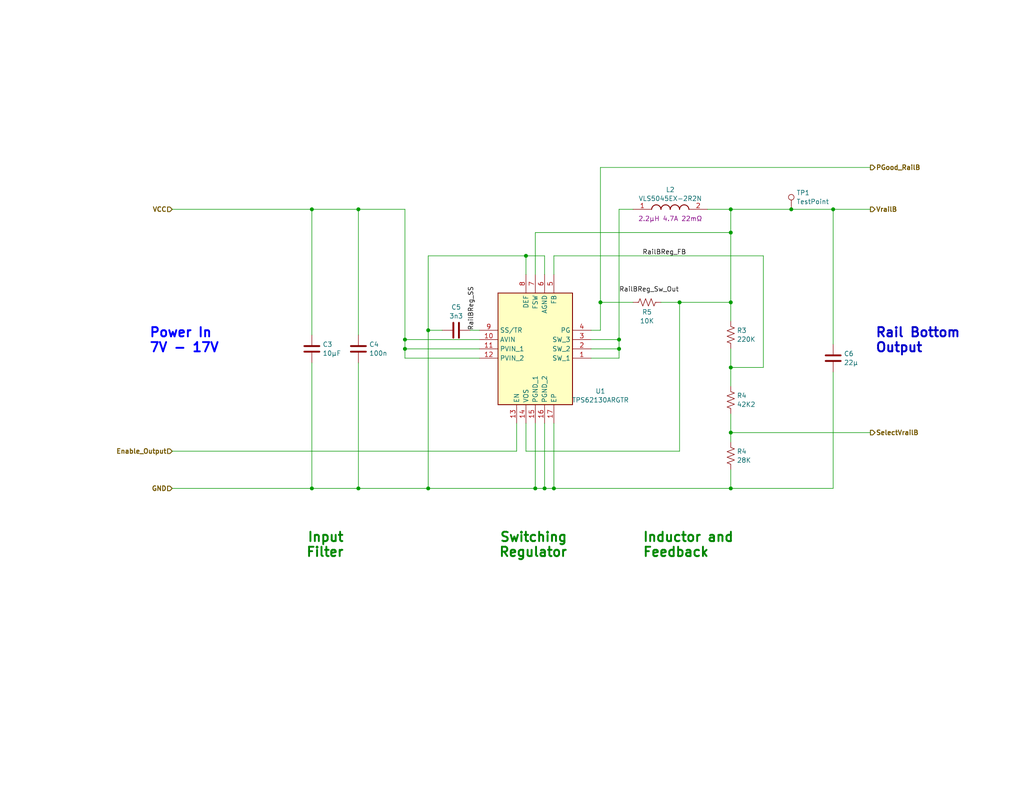
<source format=kicad_sch>
(kicad_sch (version 20230121) (generator eeschema)
  (paper "USLetter")
  (title_block (title "1016 Breadboard Power Supply - Rail B Power Regulator") (date "2023-10-01") (rev "1") (company "Dan Wilson") (comment 1 "Copyright © 2023, Dan Wilson"))
  (lib_symbols
    (symbol "1016:TPS62130RGTR"
      (property "Reference" "U**" (at 26.67 17.78 0))
      (property "Value" "TPS62130RGTR" (at 26.67 15.24 0))
      (symbol "TPS62130RGTR_1_1"
        (rectangle (start 5.08 12.7) (end 25.4 -17.78) (stroke (width 0.254)) (fill (type background)))
        (pin passive line (at 0 0 0) (length 5.08) (name "SW_1") (number "1"))
        (pin passive line (at 30.48 -5.08 180) (length 5.08) (name "AVIN") (number "10"))
        (pin passive line (at 30.48 -2.54 180) (length 5.08) (name "PVIN_1") (number "11"))
        (pin passive line (at 30.48 0 180) (length 5.08) (name "PVIN_2") (number "12"))
        (pin passive line (at 20.32 17.78 270) (length 5.08) (name "EN") (number "13"))
        (pin passive line (at 17.78 17.78 270) (length 5.08) (name "VOS") (number "14"))
        (pin passive line (at 15.24 17.78 270) (length 5.08) (name "PGND_1") (number "15"))
        (pin passive line (at 12.7 17.78 270) (length 5.08) (name "PGND_2") (number "16"))
        (pin passive line (at 10.16 17.78 270) (length 5.08) (name "EP") (number "17"))
        (pin passive line (at 0 -2.54 0) (length 5.08) (name "SW_2") (number "2"))
        (pin passive line (at 0 -5.08 0) (length 5.08) (name "SW_3") (number "3"))
        (pin passive line (at 0 -7.62 0) (length 5.08) (name "PG") (number "4"))
        (pin passive line (at 10.16 -22.86 90) (length 5.08) (name "FB") (number "5"))
        (pin passive line (at 12.7 -22.86 90) (length 5.08) (name "AGND") (number "6"))
        (pin passive line (at 15.24 -22.86 90) (length 5.08) (name "FSW") (number "7"))
        (pin passive line (at 17.78 -22.86 90) (length 5.08) (name "DEF") (number "8"))
        (pin passive line (at 30.48 -7.62 180) (length 5.08) (name "SS/TR") (number "9"))
      )
    )
    (symbol "1016:VLS5045EX-2R2N" (pin_names hide)
      (property "Reference" "L" (at 16.51 6.35 0))
      (property "Value" "VLS5045EX-2R2N" (at 16.51 3.81 0))
      (symbol "VLS5045EX-2R2N_1_1"
        (arc (start 7.62 0) (mid 6.35 1.219) (end 5.08 0) (stroke (width 0.254)))
        (arc (start 10.16 0) (mid 8.89 1.219) (end 7.62 0) (stroke (width 0.254)))
        (arc (start 12.7 0) (mid 11.43 1.219) (end 10.16 0) (stroke (width 0.254)))
        (arc (start 15.24 0) (mid 13.97 1.219) (end 12.7 0) (stroke (width 0.254)))
        (pin passive line (at 0 0 0) (length 5.08) (name "1") (number "1"))
        (pin passive line (at 20.32 0 180) (length 5.08) (name "2") (number "2"))
      )
    )
    (symbol "Connector:TestPoint" (pin_numbers hide) (pin_names (offset 0.762) hide)
      (property "Reference" "TP" (at 0 6.858 0))
      (property "Value" "TestPoint" (at 0 5.08 0))
      (symbol "TestPoint_0_1"
        (circle (center 0 3.302) (radius 0.762))
      )
      (symbol "TestPoint_1_1"
        (pin passive line (at 0 0 90) (length 2.54) (name "1") (number "1"))
      )
    )
    (symbol "Device:C" (pin_numbers hide) (pin_names (offset 0.254))
      (property "Reference" "C" (at 0.635 2.54 0))
      (property "Value" "C" (at 0.635 -2.54 0))
      (symbol "C_0_1"
        (polyline (pts (xy -2.032 -0.762) (xy 2.032 -0.762)) (stroke (width 0.508)))
        (polyline (pts (xy -2.032 0.762) (xy 2.032 0.762)) (stroke (width 0.508)))
      )
      (symbol "C_1_1"
        (pin passive line (at 0 3.81 270) (length 2.794) (name "~") (number "1"))
        (pin passive line (at 0 -3.81 90) (length 2.794) (name "~") (number "2"))
      )
    )
    (symbol "Device:R_US" (pin_numbers hide) (pin_names (offset 0))
      (property "Reference" "R" (at 2.54 0 90))
      (property "Value" "R_US" (at -2.54 0 90))
      (symbol "R_US_0_1"
        (polyline (pts (xy 0 -2.286) (xy 0 -2.54)))
        (polyline (pts (xy 0 2.286) (xy 0 2.54)))
        (polyline (pts (xy 0 -0.762) (xy 1.016 -1.143) (xy 0 -1.524) (xy -1.016 -1.905) (xy 0 -2.286)))
        (polyline (pts (xy 0 0.762) (xy 1.016 0.381) (xy 0 0) (xy -1.016 -0.381) (xy 0 -0.762)))
        (polyline (pts (xy 0 2.286) (xy 1.016 1.905) (xy 0 1.524) (xy -1.016 1.143) (xy 0 0.762)))
      )
      (symbol "R_US_1_1"
        (pin passive line (at 0 3.81 270) (length 1.27) (name "~") (number "1"))
        (pin passive line (at 0 -3.81 90) (length 1.27) (name "~") (number "2"))
      )
    )
  )
  (junction (at 185.42 82.55))
  (junction (at 227.33 57.15))
  (junction (at 199.39 100.33))
  (junction (at 85.09 57.15))
  (junction (at 199.39 57.15))
  (junction (at 215.9 57.15))
  (junction (at 199.39 82.55))
  (junction (at 146.05 133.35))
  (junction (at 85.09 133.35))
  (junction (at 168.91 92.71))
  (junction (at 199.39 63.5))
  (junction (at 97.79 133.35))
  (junction (at 168.91 95.25))
  (junction (at 116.84 90.17))
  (junction (at 110.49 92.71))
  (junction (at 110.49 95.25))
  (junction (at 143.51 69.85))
  (junction (at 148.59 133.35))
  (junction (at 199.39 133.35))
  (junction (at 116.84 133.35))
  (junction (at 97.79 57.15))
  (junction (at 199.39 118.11))
  (junction (at 151.13 133.35))
  (junction (at 163.83 82.55))
  (wire (pts (xy 128.27 90.17) (xy 130.81 90.17)))
  (wire (pts (xy 227.33 133.35) (xy 227.33 101.6)))
  (wire (pts (xy 237.49 45.72) (xy 163.83 45.72)))
  (wire (pts (xy 97.79 133.35) (xy 85.09 133.35)))
  (wire (pts (xy 161.29 97.79) (xy 168.91 97.79)))
  (wire (pts (xy 110.49 95.25) (xy 130.81 95.25)))
  (wire (pts (xy 168.91 57.15) (xy 168.91 92.71)))
  (wire (pts (xy 110.49 92.71) (xy 130.81 92.71)))
  (wire (pts (xy 151.13 133.35) (xy 199.39 133.35)))
  (wire (pts (xy 146.05 74.93) (xy 146.05 63.5)))
  (wire (pts (xy 140.97 123.19) (xy 140.97 115.57)))
  (wire (pts (xy 227.33 93.98) (xy 227.33 57.15)))
  (wire (pts (xy 110.49 97.79) (xy 110.49 95.25)))
  (wire (pts (xy 143.51 69.85) (xy 116.84 69.85)))
  (wire (pts (xy 185.42 82.55) (xy 185.42 123.19)))
  (wire (pts (xy 151.13 69.85) (xy 151.13 74.93)))
  (wire (pts (xy 199.39 100.33) (xy 208.28 100.33)))
  (wire (pts (xy 180.34 82.55) (xy 185.42 82.55)))
  (wire (pts (xy 168.91 95.25) (xy 168.91 97.79)))
  (wire (pts (xy 148.59 69.85) (xy 143.51 69.85)))
  (wire (pts (xy 130.81 97.79) (xy 110.49 97.79)))
  (wire (pts (xy 163.83 45.72) (xy 163.83 82.55)))
  (wire (pts (xy 199.39 63.5) (xy 199.39 82.55)))
  (wire (pts (xy 85.09 57.15) (xy 46.99 57.15)))
  (wire (pts (xy 151.13 133.35) (xy 151.13 115.57)))
  (wire (pts (xy 85.09 133.35) (xy 46.99 133.35)))
  (wire (pts (xy 193.04 57.15) (xy 199.39 57.15)))
  (wire (pts (xy 215.9 57.15) (xy 227.33 57.15)))
  (wire (pts (xy 168.91 92.71) (xy 168.91 95.25)))
  (wire (pts (xy 161.29 92.71) (xy 168.91 92.71)))
  (wire (pts (xy 116.84 133.35) (xy 146.05 133.35)))
  (wire (pts (xy 143.51 123.19) (xy 143.51 115.57)))
  (wire (pts (xy 146.05 133.35) (xy 148.59 133.35)))
  (wire (pts (xy 97.79 57.15) (xy 85.09 57.15)))
  (wire (pts (xy 143.51 74.93) (xy 143.51 69.85)))
  (wire (pts (xy 97.79 99.06) (xy 97.79 133.35)))
  (wire (pts (xy 148.59 133.35) (xy 148.59 115.57)))
  (wire (pts (xy 110.49 57.15) (xy 97.79 57.15)))
  (wire (pts (xy 161.29 90.17) (xy 163.83 90.17)))
  (wire (pts (xy 143.51 123.19) (xy 185.42 123.19)))
  (wire (pts (xy 208.28 100.33) (xy 208.28 69.85)))
  (wire (pts (xy 208.28 69.85) (xy 151.13 69.85)))
  (wire (pts (xy 199.39 57.15) (xy 215.9 57.15)))
  (wire (pts (xy 199.39 118.11) (xy 199.39 120.65)))
  (wire (pts (xy 168.91 57.15) (xy 172.72 57.15)))
  (wire (pts (xy 199.39 57.15) (xy 199.39 63.5)))
  (wire (pts (xy 161.29 95.25) (xy 168.91 95.25)))
  (wire (pts (xy 199.39 133.35) (xy 227.33 133.35)))
  (wire (pts (xy 199.39 113.03) (xy 199.39 118.11)))
  (wire (pts (xy 97.79 57.15) (xy 97.79 91.44)))
  (wire (pts (xy 227.33 57.15) (xy 237.49 57.15)))
  (wire (pts (xy 116.84 133.35) (xy 97.79 133.35)))
  (wire (pts (xy 116.84 90.17) (xy 120.65 90.17)))
  (wire (pts (xy 199.39 100.33) (xy 199.39 105.41)))
  (wire (pts (xy 146.05 63.5) (xy 199.39 63.5)))
  (wire (pts (xy 148.59 133.35) (xy 151.13 133.35)))
  (wire (pts (xy 199.39 95.25) (xy 199.39 100.33)))
  (wire (pts (xy 185.42 82.55) (xy 199.39 82.55)))
  (wire (pts (xy 46.99 123.19) (xy 140.97 123.19)))
  (wire (pts (xy 163.83 82.55) (xy 172.72 82.55)))
  (wire (pts (xy 199.39 118.11) (xy 237.49 118.11)))
  (wire (pts (xy 148.59 74.93) (xy 148.59 69.85)))
  (wire (pts (xy 199.39 128.27) (xy 199.39 133.35)))
  (wire (pts (xy 199.39 82.55) (xy 199.39 87.63)))
  (wire (pts (xy 163.83 82.55) (xy 163.83 90.17)))
  (wire (pts (xy 85.09 99.06) (xy 85.09 133.35)))
  (wire (pts (xy 116.84 90.17) (xy 116.84 133.35)))
  (wire (pts (xy 116.84 69.85) (xy 116.84 90.17)))
  (wire (pts (xy 146.05 115.57) (xy 146.05 133.35)))
  (wire (pts (xy 110.49 95.25) (xy 110.49 92.71)))
  (wire (pts (xy 85.09 57.15) (xy 85.09 91.44)))
  (wire (pts (xy 110.49 92.71) (xy 110.49 57.15)))
  (text "Rail Bottom\nOutput" (at 238.76 96.52 0) (effects (font (size 2.54 2.54) bold) (justify left bottom)))
  (text "Power In\n7V - 17V" (at 40.64 96.52 0) (effects (font (size 2.54 2.54) (thickness 0.508) bold) (justify left bottom)))
  (text "Input\nFilter" (at 93.98 152.4 0) (effects (font (size 2.54 2.54) bold) (justify right bottom)))
  (text "Inductor and\nFeedback" (at 175.26 152.4 0) (effects (font (size 2.54 2.54) bold) (justify left bottom)))
  (text "Switching\nRegulator" (at 154.94 152.4 0) (effects (font (size 2.54 2.54) bold) (justify right bottom)))
  (label "RailBReg_Sw_Out" (at 168.91 80.01 0))
  (label "RailBReg_FB" (at 175.26 69.85 0))
  (label "RailBReg_SS" (at 129.54 90.17 90))
  (hierarchical_label "Enable_Output" (shape input) (at 46.99 123.19 180) (effects (font bold)))
  (hierarchical_label "GND" (shape input) (at 46.99 133.35 180) (effects (font bold)))
  (hierarchical_label "VrailB" (shape output) (at 237.49 57.15 0) (effects (font (thickness 0.254) bold)))
  (hierarchical_label "SelectVrailB" (shape output) (at 237.49 118.11 0) (effects (font bold)))
  (hierarchical_label "PGood_RailB" (shape output) (at 237.49 45.72 0) (effects (font bold)))
  (hierarchical_label "VCC" (shape input) (at 46.99 57.15 180) (effects (font bold)))
  (symbol (lib_id "1016:TPS62130RGTR") (at 161.29 97.79 180) (unit 1)
    (property "Reference" "U1" (at 163.83 106.7958 0))
    (property "Value" "TPS62130ARGTR" (at 163.83 109.22 0))
    (property "Footprint" "QFN50P300X300X100-17N-D" (effects hide))
    (property "Datasheet" "http://www.ti.com/lit/ds/symlink/tps62130.pdf" (effects hide))
    (property "Height" "1" (effects hide))
    (property "Manufacturer_Name" "Texas Instruments" (effects hide))
    (property "Manufacturer_Part_Number" "TPS62130ARGTR" (effects hide))
    (property "Mouser Part Number" "595-TPS62130ARGTR" (effects hide))
    (property "Description" "MCU Regulator" (effects hide))
    (property "LCSC Part Number" "C337502" (effects hide))
    (property "Spec" "2.5MHz Buck Reg" (effects hide))
    (instances (project "1016 Breadboard Power Supply" (path "" (reference "U1") (unit 1)) (path "" (reference "U2") (unit 1)) (path "" (reference "U3") (unit 1))))
  )
  (symbol (lib_id "Device:C") (at 85.09 95.25 0) (unit 1)
    (property "Reference" "C3" (at 88.011 94.0379 0) (effects (justify left)))
    (property "Value" "10µF" (at 88.011 96.4621 0) (effects (justify left)))
    (property "Footprint" "Capacitor_SMD:C_0603_1608Metric" (effects hide))
    (property "Datasheet" "https://www.mouser.com/datasheet/2/585/MLCC-1837944.pdf" (effects hide))
    (property "Description" "Input Capacitor" (effects hide))
    (property "Height" "0.8" (effects hide))
    (property "LCSC Part Number" "C96446" (effects hide))
    (property "Manufacturer_Name" "Samsung" (effects hide))
    (property "Manufacturer_Part_Number" "CL10A106MA8NRNC" (effects hide))
    (property "Mouser Part Number" "187-CL10A106MA8NRNC" (effects hide))
    (property "Spec" "10µ 25V" (effects hide))
    (instances (project "1016 Breadboard Power Supply" (path "" (reference "C3") (unit 1)) (path "" (reference "C7") (unit 1)) (path "" (reference "C11") (unit 1))))
  )
  (symbol (lib_id "Connector:TestPoint") (at 215.9 57.15 0) (unit 1) (in_bom no)
    (property "Reference" "TP1" (at 217.297 52.6359 0) (effects (justify left)))
    (property "Value" "TestPoint" (at 217.297 55.0601 0) (effects (justify left)))
    (property "Footprint" "TestPoint:TestPoint_THTPad_D1.0mm_Drill0.5mm" (effects hide))
    (instances (project "1016 Breadboard Power Supply" (path "" (reference "TP1") (unit 1)) (path "" (reference "TP4") (unit 1))))
  )
  (symbol (lib_id "Device:R_US") (at 176.53 82.55 270) (unit 1)
    (property "Reference" "R5" (at 176.53 85.2058 90))
    (property "Value" "10K" (at 176.53 87.63 90))
    (property "Footprint" "Resistor_SMD:R_0603_1608Metric" (effects hide))
    (property "Datasheet" "https://www.mouser.com/datasheet/2/447/YAGEO_PYu_RC_Group_51_RoHS_L_12-3313492.pdf" (effects hide))
    (property "Description" "Power Good Pull-Up Resistor" (effects hide))
    (property "Height" "0.45" (effects hide))
    (property "LCSC Part Number" "C98220" (effects hide))
    (property "Manufacturer_Name" "Yageo" (effects hide))
    (property "Manufacturer_Part_Number" "RC0603FR-0710KL" (effects hide))
    (property "Mouser Part Number" "603-RC0603FR-0710KL" (effects hide))
    (property "Spec" "10K 100mW" (effects hide))
    (instances (project "1016 Breadboard Power Supply" (path "" (reference "R5") (unit 1)) (path "" (reference "R6") (unit 1))))
  )
  (symbol (lib_id "1016:VLS5045EX-2R2N") (at 172.72 57.15 0) (unit 1)
    (property "Reference" "L2" (at 182.88 51.7867 0))
    (property "Value" "VLS5045EX-2R2N" (at 182.88 54.2109 0))
    (property "Footprint" "VLS5045EX330M" (effects hide))
    (property "Datasheet" "https://product.tdk.com/system/files/dam/doc/product/inductor/inductor/smd/catalog/inductor_commercial_power_vls5045ex_en.pdf" (effects hide))
    (property "Height" "4.5" (effects hide))
    (property "Manufacturer_Name" "TDK" (effects hide))
    (property "Manufacturer_Part_Number" "VLS5045EX-2R2N" (effects hide))
    (property "Mouser Part Number" "810-VLS5045EX-2R2N" (effects hide))
    (property "LCSC Part Number" "C434831" (effects hide))
    (property "Spec" "2.2µH 4.7A 22mΩ" (at 182.88 59.69 0))
    (instances (project "1016 Breadboard Power Supply" (path "" (reference "L2") (unit 1)) (path "" (reference "L3") (unit 1)) (path "" (reference "L4") (unit 1))))
  )
  (symbol (lib_id "Device:C") (at 97.79 95.25 0) (unit 1)
    (property "Reference" "C4" (at 100.711 94.0379 0) (effects (justify left)))
    (property "Value" "100n" (at 100.711 96.4621 0) (effects (justify left)))
    (property "Footprint" "Capacitor_SMD:C_0603_1608Metric" (effects hide))
    (property "Datasheet" "https://www.mouser.com/datasheet/2/585/MLCC-1837944.pdf" (effects hide))
    (property "Description" "Bypass Capacitor" (effects hide))
    (property "Height" "0.8" (effects hide))
    (property "LCSC Part Number" "C1590" (effects hide))
    (property "Manufacturer_Name" "Samsung" (effects hide))
    (property "Manufacturer_Part_Number" "CL10B104KA8NNNC" (effects hide))
    (property "Mouser Part Number" "187-CL10B104KA8NNNC" (effects hide))
    (property "Spec" "100n 25V" (effects hide))
    (instances (project "1016 Breadboard Power Supply" (path "" (reference "C4") (unit 1)) (path "" (reference "C8") (unit 1)) (path "" (reference "C12") (unit 1))))
  )
  (symbol (lib_id "Device:C") (at 227.33 97.79 0) (unit 1)
    (property "Reference" "C6" (at 230.251 96.5779 0) (effects (justify left)))
    (property "Value" "22µ" (at 230.251 99.0021 0) (effects (justify left)))
    (property "Footprint" "Capacitor_SMD:C_0603_1608Metric" (effects hide))
    (property "Datasheet" "https://www.mouser.com/ProductDetail/Samsung-Electro-Mechanics/CL10A226MQ8NRNE?qs=X6jEic%2FHinBWGhq5TM88TA%3D%3D" (effects hide))
    (property "Description" "Output Capacitor" (effects hide))
    (property "Height" "0.8" (effects hide))
    (property "LCSC Part Number" "C159801" (effects hide))
    (property "Manufacturer_Name" "Samsung" (effects hide))
    (property "Manufacturer_Part_Number" "CL10A226MQ8NRNE" (effects hide))
    (property "Mouser Part Number" "187-CL10A226MQ8NRNE" (effects hide))
    (property "Spec" "22µ 6V3" (effects hide))
    (instances (project "1016 Breadboard Power Supply" (path "" (reference "C6") (unit 1)) (path "" (reference "C10") (unit 1)) (path "" (reference "C14") (unit 1))))
  )
  (symbol (lib_id "Device:R_US") (at 199.39 91.44 0) (unit 1)
    (property "Reference" "R3" (at 201.041 90.2279 0) (effects (justify left)))
    (property "Value" "220K" (at 201.041 92.6521 0) (effects (justify left)))
    (property "Footprint" "Resistor_SMD:R_0603_1608Metric" (effects hide))
    (property "Datasheet" "https://www.mouser.com/datasheet/2/447/YAGEO_PYu_RC_Group_51_RoHS_L_12-3313492.pdf" (effects hide))
    (property "Description" "Feedback Rtop" (effects hide))
    (property "Height" "0.45" (effects hide))
    (property "LCSC Part Number" "C123420" (effects hide))
    (property "Manufacturer_Name" "Yageo" (effects hide))
    (property "Manufacturer_Part_Number" "RC0603FR-07220KL" (effects hide))
    (property "Mouser Part Number" "603-RC0603FR-07220KL" (effects hide))
    (property "Spec" "220K 100mW" (effects hide))
    (instances (project "1016 Breadboard Power Supply" (path "" (reference "R3") (unit 1)) (path "" (reference "R7") (unit 1)) (path "" (reference "R11") (unit 1))))
  )
  (symbol (lib_id "Device:C") (at 124.46 90.17 90) (unit 1)
    (property "Reference" "C5" (at 124.46 83.8667 90))
    (property "Value" "3n3" (at 124.46 86.2909 90))
    (property "Footprint" "Capacitor_SMD:C_0603_1608Metric" (effects hide))
    (property "Datasheet" "https://www.mouser.com/datasheet/2/447/UPY_NP0X5R_01005_4V_to_25V_V10-3003057.pdf" (effects hide))
    (property "Description" "Startup Capacitor" (effects hide))
    (property "Height" "0.8" (effects hide))
    (property "LCSC Part Number" "C519423" (effects hide))
    (property "Manufacturer_Name" "Yageo" (effects hide))
    (property "Manufacturer_Part_Number" "CC0603KRX7R8BB332" (effects hide))
    (property "Mouser Part Number" "603-CC0603KRX7R8BB332" (effects hide))
    (property "Spec" "3n3 25V" (effects hide))
    (instances (project "1016 Breadboard Power Supply" (path "" (reference "C5") (unit 1)) (path "" (reference "C9") (unit 1)) (path "" (reference "C13") (unit 1))))
  )
  (symbol (lib_id "Device:R_US") (at 199.39 109.22 0) (unit 1)
    (property "Reference" "R4" (at 201.041 108.0079 0) (effects (justify left)))
    (property "Value" "42K2" (at 201.041 110.4321 0) (effects (justify left)))
    (property "Footprint" "Resistor_SMD:R_0603_1608Metric" (effects hide))
    (property "Datasheet" "https://www.mouser.com/datasheet/2/447/YAGEO_PYu_RC_Group_51_RoHS_L_12-3313492.pdf" (effects hide))
    (property "Description" "Feedback Rbot" (effects hide))
    (property "Height" "0.45" (effects hide))
    (property "LCSC Part Number" "C273741" (effects hide))
    (property "Manufacturer_Name" "Yageo" (effects hide))
    (property "Manufacturer_Part_Number" "RC0603FR-0742K2L" (effects hide))
    (property "Mouser Part Number" "603-RC0603FR-0742K2L" (effects hide))
    (property "Spec" "42K2 100mW" (effects hide))
    (instances (project "1016 Breadboard Power Supply" (path "" (reference "R4") (unit 1)) (path "" (reference "R8") (unit 1)) (path "" (reference "R12") (unit 1))))
  )
  (symbol (lib_id "Device:R_US") (at 199.39 124.46 0) (unit 1)
    (property "Reference" "R4" (at 201.041 123.2479 0) (effects (justify left)))
    (property "Value" "28K" (at 201.041 125.6721 0) (effects (justify left)))
    (property "Footprint" "Resistor_SMD:R_0603_1608Metric" (effects hide))
    (property "Datasheet" "https://www.mouser.com/datasheet/2/447/YAGEO_PYu_RC_Group_51_RoHS_L_12-3313492.pdf" (effects hide))
    (property "Description" "Feedback Rbot" (effects hide))
    (property "Height" "0.45" (effects hide))
    (property "LCSC Part Number" "C273777" (effects hide))
    (property "Manufacturer_Name" "Yageo" (effects hide))
    (property "Manufacturer_Part_Number" "RC0603FR-0728KL" (effects hide))
    (property "Mouser Part Number" "603-RC0603FR-0728KL" (effects hide))
    (property "Spec" "28K 100mW" (effects hide))
    (instances (project "1016 Breadboard Power Supply" (path "" (reference "R4") (unit 1)) (path "" (reference "R9") (unit 1)) (path "" (reference "R13") (unit 1))))
  )
)
</source>
